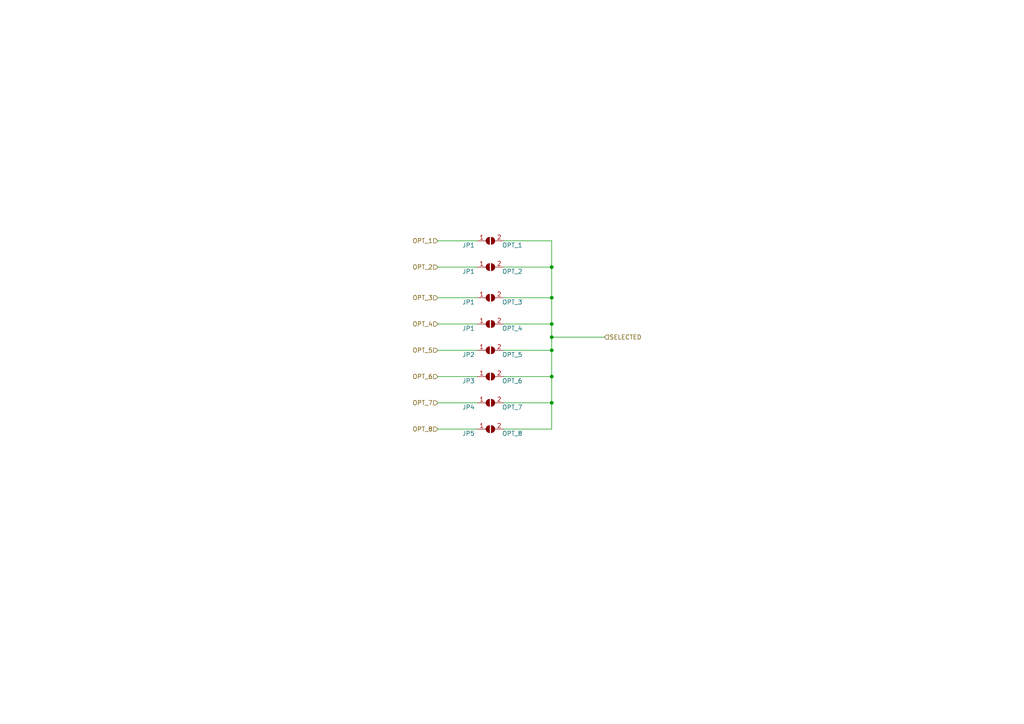
<source format=kicad_sch>
(kicad_sch (version 20230121) (generator eeschema)
  (paper "A4")
  (title_block (title "8-Way Select") (date "2023-10-31") (rev "A") (company "N/A") (comment 1 "MKS CANable V2 based"))
  (lib_symbols
    (symbol "Jumper:SolderJumper_2_Open" (pin_names (offset 0) hide)
      (property "Reference" "JP" (at 0 2.032 0))
      (property "Value" "SolderJumper_2_Open" (at 0 -2.54 0))
      (symbol "SolderJumper_2_Open_0_1"
        (arc (start -0.254 1.016) (mid -1.2656 0) (end -0.254 -1.016))
        (arc (start -0.254 1.016) (mid -1.2656 0) (end -0.254 -1.016) (fill (type outline)))
        (polyline (pts (xy -0.254 1.016) (xy -0.254 -1.016)))
        (polyline (pts (xy 0.254 1.016) (xy 0.254 -1.016)))
        (arc (start 0.254 -1.016) (mid 1.2656 0) (end 0.254 1.016))
        (arc (start 0.254 -1.016) (mid 1.2656 0) (end 0.254 1.016) (fill (type outline)))
      )
      (symbol "SolderJumper_2_Open_1_1"
        (pin passive line (at -3.81 0 0) (length 2.54) (name "A") (number "1"))
        (pin passive line (at 3.81 0 180) (length 2.54) (name "B") (number "2"))
      )
    )
  )
  (junction (at 160.02 93.98))
  (junction (at 160.02 101.6))
  (junction (at 160.02 97.79))
  (junction (at 160.02 77.47))
  (junction (at 160.02 86.36))
  (junction (at 160.02 116.84))
  (junction (at 160.02 109.22))
  (wire (pts (xy 160.02 77.47) (xy 160.02 86.36)))
  (wire (pts (xy 127 93.98) (xy 138.43 93.98)))
  (wire (pts (xy 127 77.47) (xy 138.43 77.47)))
  (wire (pts (xy 127 86.36) (xy 138.43 86.36)))
  (wire (pts (xy 160.02 109.22) (xy 160.02 116.84)))
  (wire (pts (xy 127 116.84) (xy 138.43 116.84)))
  (wire (pts (xy 160.02 97.79) (xy 160.02 101.6)))
  (wire (pts (xy 160.02 93.98) (xy 160.02 97.79)))
  (wire (pts (xy 146.05 93.98) (xy 160.02 93.98)))
  (wire (pts (xy 127 124.46) (xy 138.43 124.46)))
  (wire (pts (xy 160.02 101.6) (xy 160.02 109.22)))
  (wire (pts (xy 160.02 97.79) (xy 175.26 97.79)))
  (wire (pts (xy 146.05 77.47) (xy 160.02 77.47)))
  (wire (pts (xy 160.02 69.85) (xy 160.02 77.47)))
  (wire (pts (xy 146.05 86.36) (xy 160.02 86.36)))
  (wire (pts (xy 146.05 69.85) (xy 160.02 69.85)))
  (wire (pts (xy 127 109.22) (xy 138.43 109.22)))
  (wire (pts (xy 160.02 109.22) (xy 146.05 109.22)))
  (wire (pts (xy 160.02 116.84) (xy 146.05 116.84)))
  (wire (pts (xy 127 101.6) (xy 138.43 101.6)))
  (wire (pts (xy 160.02 124.46) (xy 146.05 124.46)))
  (wire (pts (xy 160.02 116.84) (xy 160.02 124.46)))
  (wire (pts (xy 127 69.85) (xy 138.43 69.85)))
  (wire (pts (xy 160.02 86.36) (xy 160.02 93.98)))
  (wire (pts (xy 160.02 101.6) (xy 146.05 101.6)))
  (hierarchical_label "OPT_8" (shape input) (at 127 124.46 180))
  (hierarchical_label "OPT_7" (shape input) (at 127 116.84 180))
  (hierarchical_label "OPT_6" (shape input) (at 127 109.22 180))
  (hierarchical_label "OPT_5" (shape input) (at 127 101.6 180))
  (hierarchical_label "OPT_4" (shape input) (at 127 93.98 180))
  (hierarchical_label "OPT_3" (shape input) (at 127 86.36 180))
  (hierarchical_label "OPT_2" (shape input) (at 127 77.47 180))
  (hierarchical_label "OPT_1" (shape input) (at 127 69.85 180))
  (hierarchical_label "SELECTED" (shape input) (at 175.26 97.79 0))
  (symbol (lib_id "Jumper:SolderJumper_2_Open") (at 142.24 116.84 0) (mirror x) (unit 1) (in_bom no)
    (property "Reference" "JP4" (at 135.89 118.11 0))
    (property "Value" "OPT_7" (at 148.59 118.11 0))
    (property "Footprint" "Jumper:SolderJumper-2_P1.3mm_Open_TrianglePad1.0x1.5mm" (effects hide))
    (instances (project "CANchovy_PCB" (path "" (reference "JP4") (unit 1)) (path "" (reference "JP2") (unit 1)) (path "" (reference "JP10") (unit 1)) (path "" (reference "JP18") (unit 1))))
  )
  (symbol (lib_id "Jumper:SolderJumper_2_Open") (at 142.24 93.98 0) (mirror x) (unit 1) (in_bom no)
    (property "Reference" "JP1" (at 135.89 95.25 0))
    (property "Value" "OPT_4" (at 148.59 95.25 0))
    (property "Footprint" "Jumper:SolderJumper-2_P1.3mm_Open_TrianglePad1.0x1.5mm" (effects hide))
    (instances (project "CANchovy_PCB" (path "" (reference "JP1") (unit 1)) (path "" (reference "JP5") (unit 1)) (path "" (reference "JP13") (unit 1)) (path "" (reference "JP21") (unit 1))))
  )
  (symbol (lib_id "Jumper:SolderJumper_2_Open") (at 142.24 101.6 0) (mirror x) (unit 1) (in_bom no)
    (property "Reference" "JP2" (at 135.89 102.87 0))
    (property "Value" "OPT_5" (at 148.59 102.87 0))
    (property "Footprint" "Jumper:SolderJumper-2_P1.3mm_Open_TrianglePad1.0x1.5mm" (effects hide))
    (instances (project "CANchovy_PCB" (path "" (reference "JP2") (unit 1)) (path "" (reference "JP4") (unit 1)) (path "" (reference "JP12") (unit 1)) (path "" (reference "JP20") (unit 1))))
  )
  (symbol (lib_id "Jumper:SolderJumper_2_Open") (at 142.24 77.47 0) (mirror x) (unit 1) (in_bom no)
    (property "Reference" "JP1" (at 135.89 78.74 0))
    (property "Value" "OPT_2" (at 148.59 78.74 0))
    (property "Footprint" "Jumper:SolderJumper-2_P1.3mm_Open_TrianglePad1.0x1.5mm" (effects hide))
    (instances (project "CANchovy_PCB" (path "" (reference "JP1") (unit 1)) (path "" (reference "JP7") (unit 1)) (path "" (reference "JP15") (unit 1)) (path "" (reference "JP23") (unit 1))))
  )
  (symbol (lib_id "Jumper:SolderJumper_2_Open") (at 142.24 124.46 0) (mirror x) (unit 1) (in_bom no)
    (property "Reference" "JP5" (at 135.89 125.73 0))
    (property "Value" "OPT_8" (at 148.59 125.73 0))
    (property "Footprint" "Jumper:SolderJumper-2_P1.3mm_Open_TrianglePad1.0x1.5mm" (effects hide))
    (instances (project "CANchovy_PCB" (path "" (reference "JP5") (unit 1)) (path "" (reference "JP1") (unit 1)) (path "" (reference "JP9") (unit 1)) (path "" (reference "JP17") (unit 1))))
  )
  (symbol (lib_id "Jumper:SolderJumper_2_Open") (at 142.24 109.22 0) (mirror x) (unit 1) (in_bom no)
    (property "Reference" "JP3" (at 135.89 110.49 0))
    (property "Value" "OPT_6" (at 148.59 110.49 0))
    (property "Footprint" "Jumper:SolderJumper-2_P1.3mm_Open_TrianglePad1.0x1.5mm" (effects hide))
    (instances (project "CANchovy_PCB" (path "" (reference "JP3") (unit 1)) (path "" (reference "JP3") (unit 1)) (path "" (reference "JP11") (unit 1)) (path "" (reference "JP19") (unit 1))))
  )
  (symbol (lib_id "Jumper:SolderJumper_2_Open") (at 142.24 69.85 0) (mirror x) (unit 1) (in_bom no)
    (property "Reference" "JP1" (at 135.89 71.12 0))
    (property "Value" "OPT_1" (at 148.59 71.12 0))
    (property "Footprint" "Jumper:SolderJumper-2_P1.3mm_Open_TrianglePad1.0x1.5mm" (effects hide))
    (instances (project "CANchovy_PCB" (path "" (reference "JP1") (unit 1)) (path "" (reference "JP8") (unit 1)) (path "" (reference "JP16") (unit 1)) (path "" (reference "JP24") (unit 1))))
  )
  (symbol (lib_id "Jumper:SolderJumper_2_Open") (at 142.24 86.36 0) (mirror x) (unit 1) (in_bom no)
    (property "Reference" "JP1" (at 135.89 87.63 0))
    (property "Value" "OPT_3" (at 148.59 87.63 0))
    (property "Footprint" "Jumper:SolderJumper-2_P1.3mm_Open_TrianglePad1.0x1.5mm" (effects hide))
    (instances (project "CANchovy_PCB" (path "" (reference "JP1") (unit 1)) (path "" (reference "JP6") (unit 1)) (path "" (reference "JP14") (unit 1)) (path "" (reference "JP22") (unit 1))))
  )
)
</source>
